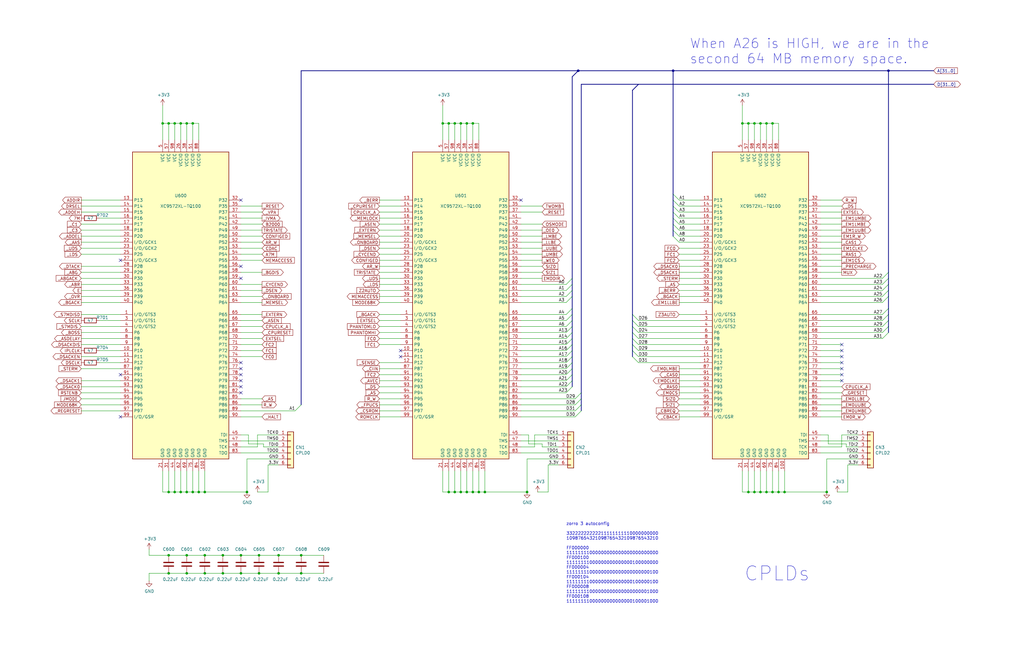
<source format=kicad_sch>
(kicad_sch (version 20211123) (generator eeschema)
  (paper "B")
  (junction (at 93.98 234.315))
  (junction (at 71.12 52.07))
  (junction (at 243.84 29.845))
  (junction (at 323.215 52.07))
  (junction (at 189.23 52.07))
  (junction (at 104.14 207.645))
  (junction (at 76.2 52.07))
  (junction (at 109.22 234.315))
  (junction (at 71.12 234.315))
  (junction (at 315.595 207.645))
  (junction (at 78.74 207.645))
  (junction (at 109.22 241.935))
  (junction (at 191.77 207.645))
  (junction (at 318.135 52.07))
  (junction (at 320.675 207.645))
  (junction (at 323.215 207.645))
  (junction (at 330.835 207.645))
  (junction (at 86.36 234.315))
  (junction (at 315.595 52.07))
  (junction (at 186.69 52.07))
  (junction (at 320.675 52.07))
  (junction (at 81.28 207.645))
  (junction (at 199.39 52.07))
  (junction (at 313.055 52.07))
  (junction (at 127 234.315))
  (junction (at 73.66 207.645))
  (junction (at 78.74 234.315))
  (junction (at 196.85 207.645))
  (junction (at 73.66 52.07))
  (junction (at 348.615 207.645))
  (junction (at 78.74 241.935))
  (junction (at 101.6 234.315))
  (junction (at 318.135 207.645))
  (junction (at 196.85 52.07))
  (junction (at 328.295 207.645))
  (junction (at 78.74 52.07))
  (junction (at 86.36 207.645))
  (junction (at 194.31 52.07))
  (junction (at 117.475 241.935))
  (junction (at 201.93 207.645))
  (junction (at 194.31 207.645))
  (junction (at 199.39 207.645))
  (junction (at 191.77 52.07))
  (junction (at 83.82 207.645))
  (junction (at 81.28 52.07))
  (junction (at 71.12 207.645))
  (junction (at 93.98 241.935))
  (junction (at 117.475 234.315))
  (junction (at 101.6 241.935))
  (junction (at 325.755 207.645))
  (junction (at 374.65 29.845))
  (junction (at 127 241.935))
  (junction (at 204.47 207.645))
  (junction (at 189.23 207.645))
  (junction (at 283.845 29.845))
  (junction (at 71.12 241.935))
  (junction (at 86.36 241.935))
  (junction (at 325.755 52.07))
  (junction (at 68.58 52.07))
  (junction (at 76.2 207.645))
  (junction (at 222.25 207.645))
  (no_connect (at 50.8 109.855))
  (no_connect (at 101.6 117.475))
  (no_connect (at 101.6 112.395))
  (no_connect (at 101.6 84.455))
  (no_connect (at 50.8 158.115))
  (no_connect (at 219.71 84.455))
  (no_connect (at 354.965 155.575))
  (no_connect (at 354.965 153.035))
  (no_connect (at 354.965 150.495))
  (no_connect (at 354.965 158.115))
  (no_connect (at 354.965 160.655))
  (no_connect (at 354.965 147.955))
  (no_connect (at 354.965 145.415))
  (no_connect (at 101.6 165.735))
  (no_connect (at 101.6 163.195))
  (no_connect (at 101.6 160.655))
  (no_connect (at 50.8 175.895))
  (no_connect (at 101.6 158.115))
  (no_connect (at 101.6 155.575))
  (no_connect (at 101.6 153.035))
  (no_connect (at 168.91 147.955))
  (no_connect (at 168.91 150.495))
  (bus_entry (at 238.76 125.095) (size 2.54 -2.54))
  (bus_entry (at 283.845 97.155) (size 2.54 2.54))
  (bus_entry (at 242.57 168.275) (size 2.54 -2.54))
  (bus_entry (at 242.57 170.815) (size 2.54 -2.54))
  (bus_entry (at 242.57 173.355) (size 2.54 -2.54))
  (bus_entry (at 242.57 175.895) (size 2.54 -2.54))
  (bus_entry (at 283.845 99.695) (size 2.54 2.54))
  (bus_entry (at 238.76 135.255) (size 2.54 -2.54))
  (bus_entry (at 238.76 155.575) (size 2.54 -2.54))
  (bus_entry (at 269.24 147.955) (size -2.54 -2.54))
  (bus_entry (at 238.76 127.635) (size 2.54 -2.54))
  (bus_entry (at 238.76 165.735) (size 2.54 -2.54))
  (bus_entry (at 238.76 160.655) (size 2.54 -2.54))
  (bus_entry (at 238.76 147.955) (size 2.54 -2.54))
  (bus_entry (at 238.76 137.795) (size 2.54 -2.54))
  (bus_entry (at 269.24 140.335) (size -2.54 -2.54))
  (bus_entry (at 283.845 94.615) (size 2.54 2.54))
  (bus_entry (at 238.76 142.875) (size 2.54 -2.54))
  (bus_entry (at 269.24 137.795) (size -2.54 -2.54))
  (bus_entry (at 372.11 142.875) (size 2.54 -2.54))
  (bus_entry (at 372.11 140.335) (size 2.54 -2.54))
  (bus_entry (at 372.11 137.795) (size 2.54 -2.54))
  (bus_entry (at 372.11 135.255) (size 2.54 -2.54))
  (bus_entry (at 372.11 132.715) (size 2.54 -2.54))
  (bus_entry (at 372.11 125.095) (size 2.54 -2.54))
  (bus_entry (at 372.11 122.555) (size 2.54 -2.54))
  (bus_entry (at 372.11 120.015) (size 2.54 -2.54))
  (bus_entry (at 372.11 117.475) (size 2.54 -2.54))
  (bus_entry (at 372.11 127.635) (size 2.54 -2.54))
  (bus_entry (at 238.76 132.715) (size 2.54 -2.54))
  (bus_entry (at 269.24 150.495) (size -2.54 -2.54))
  (bus_entry (at 238.76 158.115) (size 2.54 -2.54))
  (bus_entry (at 238.76 150.495) (size 2.54 -2.54))
  (bus_entry (at 269.24 135.255) (size -2.54 -2.54))
  (bus_entry (at 238.76 163.195) (size 2.54 -2.54))
  (bus_entry (at 238.76 145.415) (size 2.54 -2.54))
  (bus_entry (at 238.76 122.555) (size 2.54 -2.54))
  (bus_entry (at 238.76 153.035) (size 2.54 -2.54))
  (bus_entry (at 238.76 120.015) (size 2.54 -2.54))
  (bus_entry (at 238.76 140.335) (size 2.54 -2.54))
  (bus_entry (at 269.24 142.875) (size -2.54 -2.54))
  (bus_entry (at 283.845 89.535) (size 2.54 2.54))
  (bus_entry (at 269.24 153.035) (size -2.54 -2.54))
  (bus_entry (at 283.845 84.455) (size 2.54 2.54))
  (bus_entry (at 283.845 81.915) (size 2.54 2.54))
  (bus_entry (at 283.845 86.995) (size 2.54 2.54))
  (bus_entry (at 283.845 92.075) (size 2.54 2.54))
  (bus_entry (at 269.24 145.415) (size -2.54 -2.54))
  (bus_entry (at 124.46 173.355) (size 2.54 -2.54))
  (wire (pts (xy 295.275 142.875) (xy 269.24 142.875)))
  (wire (pts (xy 50.8 102.235) (xy 34.29 102.235)))
  (wire (pts (xy 186.69 207.645) (xy 189.23 207.645)))
  (bus (pts (xy 283.845 97.155) (xy 283.845 99.695)))
  (wire (pts (xy 222.25 207.645) (xy 222.25 193.675)))
  (wire (pts (xy 295.275 122.555) (xy 286.385 122.555)))
  (wire (pts (xy 110.49 175.895) (xy 101.6 175.895)))
  (wire (pts (xy 295.275 94.615) (xy 286.385 94.615)))
  (wire (pts (xy 354.965 165.735) (xy 346.075 165.735)))
  (wire (pts (xy 295.275 89.535) (xy 286.385 89.535)))
  (wire (pts (xy 110.49 145.415) (xy 101.6 145.415)))
  (wire (pts (xy 73.66 52.07) (xy 71.12 52.07)))
  (wire (pts (xy 160.02 125.095) (xy 168.91 125.095)))
  (wire (pts (xy 101.6 241.935) (xy 93.98 241.935)))
  (bus (pts (xy 266.7 137.795) (xy 266.7 140.335)))
  (wire (pts (xy 168.91 114.935) (xy 160.02 114.935)))
  (wire (pts (xy 346.075 183.515) (xy 349.25 183.515)))
  (wire (pts (xy 354.965 160.655) (xy 346.075 160.655)))
  (bus (pts (xy 283.845 92.075) (xy 283.845 94.615)))
  (wire (pts (xy 50.8 99.695) (xy 34.29 99.695)))
  (wire (pts (xy 110.49 142.875) (xy 101.6 142.875)))
  (wire (pts (xy 160.02 173.355) (xy 168.91 173.355)))
  (wire (pts (xy 323.215 198.755) (xy 323.215 207.645)))
  (wire (pts (xy 111.125 188.595) (xy 117.475 188.595)))
  (bus (pts (xy 283.845 86.995) (xy 283.845 89.535)))
  (wire (pts (xy 225.425 188.595) (xy 219.71 188.595)))
  (wire (pts (xy 196.85 198.755) (xy 196.85 207.645)))
  (wire (pts (xy 194.31 52.07) (xy 191.77 52.07)))
  (wire (pts (xy 222.885 183.515) (xy 219.71 183.515)))
  (wire (pts (xy 372.11 120.015) (xy 346.075 120.015)))
  (bus (pts (xy 374.65 135.255) (xy 374.65 137.795)))
  (wire (pts (xy 83.82 59.055) (xy 83.82 52.07)))
  (bus (pts (xy 241.3 160.655) (xy 241.3 163.195)))
  (wire (pts (xy 201.93 59.055) (xy 201.93 52.07)))
  (wire (pts (xy 295.275 150.495) (xy 269.24 150.495)))
  (wire (pts (xy 238.76 147.955) (xy 219.71 147.955)))
  (wire (pts (xy 50.8 132.715) (xy 34.29 132.715)))
  (wire (pts (xy 168.91 99.695) (xy 160.02 99.695)))
  (bus (pts (xy 374.65 117.475) (xy 374.65 120.015)))
  (wire (pts (xy 110.49 89.535) (xy 101.6 89.535)))
  (bus (pts (xy 266.7 142.875) (xy 266.7 145.415)))
  (bus (pts (xy 241.3 155.575) (xy 241.3 158.115)))
  (wire (pts (xy 346.075 114.935) (xy 354.965 114.935)))
  (wire (pts (xy 50.8 114.935) (xy 34.29 114.935)))
  (wire (pts (xy 238.76 120.015) (xy 219.71 120.015)))
  (bus (pts (xy 374.65 114.935) (xy 374.65 117.475)))
  (wire (pts (xy 295.275 107.315) (xy 286.385 107.315)))
  (wire (pts (xy 50.8 117.475) (xy 34.29 117.475)))
  (bus (pts (xy 241.3 135.255) (xy 241.3 137.795)))
  (wire (pts (xy 219.71 89.535) (xy 228.6 89.535)))
  (wire (pts (xy 295.275 86.995) (xy 286.385 86.995)))
  (wire (pts (xy 34.29 173.355) (xy 50.8 173.355)))
  (wire (pts (xy 41.91 153.035) (xy 50.8 153.035)))
  (wire (pts (xy 295.275 147.955) (xy 269.24 147.955)))
  (wire (pts (xy 318.135 59.055) (xy 318.135 52.07)))
  (wire (pts (xy 110.49 107.315) (xy 101.6 107.315)))
  (wire (pts (xy 76.2 52.07) (xy 73.66 52.07)))
  (wire (pts (xy 219.71 112.395) (xy 228.6 112.395)))
  (wire (pts (xy 110.49 109.855) (xy 101.6 109.855)))
  (wire (pts (xy 34.29 165.735) (xy 50.8 165.735)))
  (bus (pts (xy 374.65 29.845) (xy 374.65 114.935)))
  (wire (pts (xy 101.6 97.155) (xy 110.49 97.155)))
  (wire (pts (xy 330.835 207.645) (xy 348.615 207.645)))
  (wire (pts (xy 238.76 137.795) (xy 219.71 137.795)))
  (wire (pts (xy 295.275 112.395) (xy 286.385 112.395)))
  (wire (pts (xy 346.075 107.315) (xy 354.965 107.315)))
  (wire (pts (xy 372.11 117.475) (xy 346.075 117.475)))
  (bus (pts (xy 241.3 137.795) (xy 241.3 140.335)))
  (wire (pts (xy 83.82 52.07) (xy 81.28 52.07)))
  (wire (pts (xy 168.91 160.655) (xy 160.02 160.655)))
  (wire (pts (xy 168.91 137.795) (xy 160.02 137.795)))
  (wire (pts (xy 168.91 107.315) (xy 160.02 107.315)))
  (wire (pts (xy 354.965 84.455) (xy 346.075 84.455)))
  (wire (pts (xy 110.49 102.235) (xy 101.6 102.235)))
  (wire (pts (xy 361.95 186.055) (xy 346.075 186.055)))
  (wire (pts (xy 93.98 241.935) (xy 86.36 241.935)))
  (wire (pts (xy 320.675 198.755) (xy 320.675 207.645)))
  (wire (pts (xy 110.49 147.955) (xy 101.6 147.955)))
  (wire (pts (xy 50.8 92.075) (xy 41.91 92.075)))
  (wire (pts (xy 71.12 198.755) (xy 71.12 207.645)))
  (wire (pts (xy 168.91 132.715) (xy 160.02 132.715)))
  (wire (pts (xy 320.675 52.07) (xy 318.135 52.07)))
  (wire (pts (xy 127 241.935) (xy 136.525 241.935)))
  (wire (pts (xy 34.29 140.335) (xy 50.8 140.335)))
  (wire (pts (xy 34.29 150.495) (xy 50.8 150.495)))
  (wire (pts (xy 160.02 163.195) (xy 168.91 163.195)))
  (wire (pts (xy 160.02 109.855) (xy 168.91 109.855)))
  (wire (pts (xy 50.8 145.415) (xy 34.29 145.415)))
  (wire (pts (xy 110.49 114.935) (xy 101.6 114.935)))
  (wire (pts (xy 86.36 207.645) (xy 104.14 207.645)))
  (wire (pts (xy 34.29 170.815) (xy 50.8 170.815)))
  (bus (pts (xy 374.65 137.795) (xy 374.65 140.335)))
  (wire (pts (xy 191.77 198.755) (xy 191.77 207.645)))
  (wire (pts (xy 346.075 92.075) (xy 354.965 92.075)))
  (wire (pts (xy 101.6 92.075) (xy 110.49 92.075)))
  (wire (pts (xy 354.965 155.575) (xy 346.075 155.575)))
  (wire (pts (xy 81.28 198.755) (xy 81.28 207.645)))
  (wire (pts (xy 71.12 59.055) (xy 71.12 52.07)))
  (wire (pts (xy 160.02 165.735) (xy 168.91 165.735)))
  (bus (pts (xy 243.84 29.845) (xy 241.3 32.385)))
  (wire (pts (xy 201.93 198.755) (xy 201.93 207.645)))
  (wire (pts (xy 231.14 207.645) (xy 226.695 207.645)))
  (wire (pts (xy 186.69 59.055) (xy 186.69 52.07)))
  (wire (pts (xy 110.49 168.275) (xy 101.6 168.275)))
  (wire (pts (xy 320.675 207.645) (xy 323.215 207.645)))
  (wire (pts (xy 109.22 241.935) (xy 101.6 241.935)))
  (wire (pts (xy 346.075 99.695) (xy 354.965 99.695)))
  (wire (pts (xy 168.91 89.535) (xy 160.02 89.535)))
  (wire (pts (xy 242.57 173.355) (xy 219.71 173.355)))
  (wire (pts (xy 228.6 97.155) (xy 219.71 97.155)))
  (wire (pts (xy 110.49 140.335) (xy 101.6 140.335)))
  (wire (pts (xy 295.275 125.095) (xy 286.385 125.095)))
  (wire (pts (xy 50.8 125.095) (xy 34.29 125.095)))
  (wire (pts (xy 313.055 198.755) (xy 313.055 207.645)))
  (wire (pts (xy 320.675 59.055) (xy 320.675 52.07)))
  (wire (pts (xy 109.22 234.315) (xy 117.475 234.315)))
  (wire (pts (xy 228.6 107.315) (xy 219.71 107.315)))
  (wire (pts (xy 160.02 153.035) (xy 168.91 153.035)))
  (wire (pts (xy 168.91 86.995) (xy 160.02 86.995)))
  (bus (pts (xy 241.3 140.335) (xy 241.3 142.875)))
  (wire (pts (xy 295.275 117.475) (xy 286.385 117.475)))
  (bus (pts (xy 127 29.845) (xy 127 170.815)))
  (wire (pts (xy 372.11 125.095) (xy 346.075 125.095)))
  (wire (pts (xy 295.275 120.015) (xy 286.385 120.015)))
  (bus (pts (xy 245.11 168.275) (xy 245.11 170.815)))
  (wire (pts (xy 168.91 102.235) (xy 160.02 102.235)))
  (wire (pts (xy 117.475 241.935) (xy 127 241.935)))
  (wire (pts (xy 325.755 207.645) (xy 328.295 207.645)))
  (wire (pts (xy 50.8 97.155) (xy 34.29 97.155)))
  (wire (pts (xy 295.275 127.635) (xy 286.385 127.635)))
  (wire (pts (xy 86.36 234.315) (xy 78.74 234.315)))
  (wire (pts (xy 110.49 94.615) (xy 101.6 94.615)))
  (wire (pts (xy 104.14 207.645) (xy 104.14 193.675)))
  (wire (pts (xy 160.02 170.815) (xy 168.91 170.815)))
  (bus (pts (xy 266.7 135.255) (xy 266.7 137.795)))
  (bus (pts (xy 374.65 125.095) (xy 374.65 130.175)))
  (wire (pts (xy 108.585 183.515) (xy 108.585 188.595)))
  (bus (pts (xy 241.3 142.875) (xy 241.3 145.415)))
  (wire (pts (xy 328.295 52.07) (xy 325.755 52.07)))
  (wire (pts (xy 356.87 188.595) (xy 361.95 188.595)))
  (wire (pts (xy 204.47 207.645) (xy 222.25 207.645)))
  (wire (pts (xy 104.775 183.515) (xy 104.775 187.325)))
  (bus (pts (xy 241.3 117.475) (xy 241.3 120.015)))
  (wire (pts (xy 34.29 137.795) (xy 50.8 137.795)))
  (wire (pts (xy 196.85 207.645) (xy 199.39 207.645)))
  (bus (pts (xy 374.65 132.715) (xy 374.65 135.255)))
  (wire (pts (xy 109.22 241.935) (xy 117.475 241.935)))
  (wire (pts (xy 71.12 234.315) (xy 62.865 234.315)))
  (bus (pts (xy 241.3 125.095) (xy 241.3 130.175)))
  (wire (pts (xy 238.76 132.715) (xy 219.71 132.715)))
  (wire (pts (xy 225.425 183.515) (xy 225.425 188.595)))
  (wire (pts (xy 68.58 52.07) (xy 68.58 44.45)))
  (wire (pts (xy 313.055 52.07) (xy 313.055 44.45)))
  (wire (pts (xy 295.275 92.075) (xy 286.385 92.075)))
  (wire (pts (xy 238.76 125.095) (xy 219.71 125.095)))
  (bus (pts (xy 266.7 38.1) (xy 266.7 132.715)))
  (wire (pts (xy 346.075 188.595) (xy 354.965 188.595)))
  (wire (pts (xy 127 234.315) (xy 136.525 234.315)))
  (wire (pts (xy 71.12 241.935) (xy 62.865 241.935)))
  (wire (pts (xy 50.8 89.535) (xy 34.29 89.535)))
  (wire (pts (xy 354.965 175.895) (xy 346.075 175.895)))
  (wire (pts (xy 196.85 52.07) (xy 194.31 52.07)))
  (wire (pts (xy 168.91 97.155) (xy 160.02 97.155)))
  (wire (pts (xy 361.95 196.215) (xy 357.505 196.215)))
  (wire (pts (xy 346.075 102.235) (xy 354.965 102.235)))
  (wire (pts (xy 346.075 104.775) (xy 354.965 104.775)))
  (wire (pts (xy 68.58 198.755) (xy 68.58 207.645)))
  (wire (pts (xy 295.275 109.855) (xy 286.385 109.855)))
  (wire (pts (xy 110.49 135.255) (xy 101.6 135.255)))
  (wire (pts (xy 124.46 173.355) (xy 101.6 173.355)))
  (bus (pts (xy 266.7 147.955) (xy 266.7 150.495)))
  (wire (pts (xy 168.91 122.555) (xy 160.02 122.555)))
  (bus (pts (xy 283.845 29.845) (xy 283.845 81.915)))
  (wire (pts (xy 50.8 120.015) (xy 34.29 120.015)))
  (wire (pts (xy 295.275 99.695) (xy 286.385 99.695)))
  (wire (pts (xy 325.755 59.055) (xy 325.755 52.07)))
  (wire (pts (xy 50.8 104.775) (xy 34.29 104.775)))
  (wire (pts (xy 186.69 198.755) (xy 186.69 207.645)))
  (wire (pts (xy 361.95 191.135) (xy 346.075 191.135)))
  (wire (pts (xy 194.31 59.055) (xy 194.31 52.07)))
  (wire (pts (xy 104.775 187.325) (xy 111.125 187.325)))
  (wire (pts (xy 228.6 188.595) (xy 235.585 188.595)))
  (wire (pts (xy 41.91 135.255) (xy 50.8 135.255)))
  (wire (pts (xy 346.075 145.415) (xy 354.965 145.415)))
  (wire (pts (xy 199.39 52.07) (xy 196.85 52.07)))
  (wire (pts (xy 168.91 120.015) (xy 160.02 120.015)))
  (wire (pts (xy 348.615 193.675) (xy 361.95 193.675)))
  (wire (pts (xy 286.385 168.275) (xy 295.275 168.275)))
  (bus (pts (xy 243.84 29.845) (xy 283.845 29.845)))
  (wire (pts (xy 86.36 198.755) (xy 86.36 207.645)))
  (wire (pts (xy 93.98 234.315) (xy 86.36 234.315)))
  (wire (pts (xy 235.585 186.055) (xy 219.71 186.055)))
  (bus (pts (xy 241.3 32.385) (xy 241.3 117.475)))
  (wire (pts (xy 295.275 84.455) (xy 286.385 84.455)))
  (wire (pts (xy 295.275 153.035) (xy 269.24 153.035)))
  (wire (pts (xy 357.505 207.645) (xy 353.06 207.645)))
  (wire (pts (xy 346.075 89.535) (xy 354.965 89.535)))
  (wire (pts (xy 78.74 52.07) (xy 76.2 52.07)))
  (wire (pts (xy 160.02 142.875) (xy 168.91 142.875)))
  (wire (pts (xy 313.055 59.055) (xy 313.055 52.07)))
  (bus (pts (xy 241.3 158.115) (xy 241.3 160.655)))
  (bus (pts (xy 241.3 130.175) (xy 241.3 132.715)))
  (wire (pts (xy 372.11 132.715) (xy 346.075 132.715)))
  (bus (pts (xy 241.3 122.555) (xy 241.3 125.095)))
  (wire (pts (xy 189.23 59.055) (xy 189.23 52.07)))
  (wire (pts (xy 372.11 135.255) (xy 346.075 135.255)))
  (bus (pts (xy 283.845 81.915) (xy 283.845 84.455)))
  (wire (pts (xy 228.6 114.935) (xy 219.71 114.935)))
  (wire (pts (xy 168.91 140.335) (xy 160.02 140.335)))
  (wire (pts (xy 168.91 92.075) (xy 160.02 92.075)))
  (wire (pts (xy 238.76 150.495) (xy 219.71 150.495)))
  (wire (pts (xy 346.075 109.855) (xy 354.965 109.855)))
  (wire (pts (xy 168.91 104.775) (xy 160.02 104.775)))
  (wire (pts (xy 160.02 168.275) (xy 168.91 168.275)))
  (wire (pts (xy 313.055 207.645) (xy 315.595 207.645)))
  (wire (pts (xy 168.91 84.455) (xy 160.02 84.455)))
  (bus (pts (xy 241.3 120.015) (xy 241.3 122.555)))
  (wire (pts (xy 238.76 153.035) (xy 219.71 153.035)))
  (wire (pts (xy 50.8 112.395) (xy 34.29 112.395)))
  (wire (pts (xy 110.49 104.775) (xy 101.6 104.775)))
  (wire (pts (xy 222.885 187.325) (xy 222.885 183.515)))
  (wire (pts (xy 238.76 145.415) (xy 219.71 145.415)))
  (wire (pts (xy 73.66 59.055) (xy 73.66 52.07)))
  (wire (pts (xy 50.8 142.875) (xy 34.29 142.875)))
  (wire (pts (xy 194.31 207.645) (xy 196.85 207.645)))
  (wire (pts (xy 235.585 183.515) (xy 225.425 183.515)))
  (wire (pts (xy 160.02 158.115) (xy 168.91 158.115)))
  (wire (pts (xy 235.585 191.135) (xy 219.71 191.135)))
  (wire (pts (xy 110.49 127.635) (xy 101.6 127.635)))
  (wire (pts (xy 41.91 147.955) (xy 50.8 147.955)))
  (wire (pts (xy 110.49 99.695) (xy 101.6 99.695)))
  (wire (pts (xy 315.595 52.07) (xy 313.055 52.07)))
  (wire (pts (xy 315.595 59.055) (xy 315.595 52.07)))
  (bus (pts (xy 266.7 145.415) (xy 266.7 147.955)))
  (wire (pts (xy 242.57 170.815) (xy 219.71 170.815)))
  (wire (pts (xy 219.71 109.855) (xy 228.6 109.855)))
  (wire (pts (xy 348.615 207.645) (xy 348.615 193.675)))
  (wire (pts (xy 110.49 132.715) (xy 101.6 132.715)))
  (wire (pts (xy 110.49 170.815) (xy 101.6 170.815)))
  (wire (pts (xy 50.8 155.575) (xy 34.29 155.575)))
  (wire (pts (xy 50.8 84.455) (xy 34.29 84.455)))
  (wire (pts (xy 101.6 86.995) (xy 110.49 86.995)))
  (wire (pts (xy 199.39 207.645) (xy 201.93 207.645)))
  (wire (pts (xy 71.12 52.07) (xy 68.58 52.07)))
  (wire (pts (xy 117.475 186.055) (xy 101.6 186.055)))
  (wire (pts (xy 117.475 191.135) (xy 101.6 191.135)))
  (wire (pts (xy 238.76 135.255) (xy 219.71 135.255)))
  (wire (pts (xy 189.23 198.755) (xy 189.23 207.645)))
  (bus (pts (xy 283.845 29.845) (xy 374.65 29.845)))
  (bus (pts (xy 374.65 122.555) (xy 374.65 125.095)))
  (wire (pts (xy 50.8 168.275) (xy 34.29 168.275)))
  (wire (pts (xy 323.215 207.645) (xy 325.755 207.645)))
  (wire (pts (xy 109.22 234.315) (xy 101.6 234.315)))
  (wire (pts (xy 201.93 207.645) (xy 204.47 207.645)))
  (bus (pts (xy 245.11 165.735) (xy 245.11 168.275)))
  (bus (pts (xy 241.3 153.035) (xy 241.3 155.575)))
  (wire (pts (xy 328.295 198.755) (xy 328.295 207.645)))
  (wire (pts (xy 286.385 155.575) (xy 295.275 155.575)))
  (wire (pts (xy 372.11 127.635) (xy 346.075 127.635)))
  (wire (pts (xy 328.295 207.645) (xy 330.835 207.645)))
  (wire (pts (xy 76.2 207.645) (xy 78.74 207.645)))
  (wire (pts (xy 86.36 241.935) (xy 78.74 241.935)))
  (wire (pts (xy 113.03 207.645) (xy 108.585 207.645)))
  (wire (pts (xy 219.71 102.235) (xy 228.6 102.235)))
  (wire (pts (xy 228.6 104.775) (xy 219.71 104.775)))
  (wire (pts (xy 286.385 163.195) (xy 295.275 163.195)))
  (bus (pts (xy 241.3 132.715) (xy 241.3 135.255)))
  (wire (pts (xy 110.49 137.795) (xy 101.6 137.795)))
  (wire (pts (xy 113.03 196.215) (xy 113.03 207.645)))
  (wire (pts (xy 108.585 188.595) (xy 101.6 188.595)))
  (wire (pts (xy 78.74 234.315) (xy 71.12 234.315)))
  (wire (pts (xy 242.57 168.275) (xy 219.71 168.275)))
  (wire (pts (xy 186.69 52.07) (xy 186.69 44.45)))
  (wire (pts (xy 286.385 165.735) (xy 295.275 165.735)))
  (bus (pts (xy 266.7 132.715) (xy 266.7 135.255)))
  (wire (pts (xy 354.965 183.515) (xy 361.95 183.515)))
  (wire (pts (xy 78.74 198.755) (xy 78.74 207.645)))
  (wire (pts (xy 50.8 127.635) (xy 34.29 127.635)))
  (wire (pts (xy 315.595 207.645) (xy 318.135 207.645)))
  (wire (pts (xy 346.075 147.955) (xy 354.965 147.955)))
  (wire (pts (xy 78.74 241.935) (xy 71.12 241.935)))
  (wire (pts (xy 315.595 198.755) (xy 315.595 207.645)))
  (wire (pts (xy 199.39 198.755) (xy 199.39 207.645)))
  (wire (pts (xy 83.82 198.755) (xy 83.82 207.645)))
  (wire (pts (xy 295.275 97.155) (xy 286.385 97.155)))
  (wire (pts (xy 160.02 145.415) (xy 168.91 145.415)))
  (wire (pts (xy 34.29 160.655) (xy 50.8 160.655)))
  (wire (pts (xy 356.87 187.325) (xy 356.87 188.595)))
  (wire (pts (xy 346.075 137.795) (xy 372.11 137.795)))
  (wire (pts (xy 73.66 207.645) (xy 76.2 207.645)))
  (bus (pts (xy 241.3 145.415) (xy 241.3 147.955)))
  (wire (pts (xy 295.275 145.415) (xy 269.24 145.415)))
  (wire (pts (xy 228.6 117.475) (xy 219.71 117.475)))
  (wire (pts (xy 73.66 198.755) (xy 73.66 207.645)))
  (wire (pts (xy 222.25 193.675) (xy 235.585 193.675)))
  (wire (pts (xy 372.11 122.555) (xy 346.075 122.555)))
  (wire (pts (xy 325.755 52.07) (xy 323.215 52.07)))
  (wire (pts (xy 191.77 207.645) (xy 194.31 207.645)))
  (wire (pts (xy 62.865 234.315) (xy 62.865 231.775)))
  (wire (pts (xy 104.14 193.675) (xy 117.475 193.675)))
  (wire (pts (xy 238.76 127.635) (xy 219.71 127.635)))
  (wire (pts (xy 295.275 102.235) (xy 286.385 102.235)))
  (wire (pts (xy 189.23 52.07) (xy 186.69 52.07)))
  (wire (pts (xy 238.76 140.335) (xy 219.71 140.335)))
  (wire (pts (xy 219.71 94.615) (xy 228.6 94.615)))
  (wire (pts (xy 78.74 59.055) (xy 78.74 52.07)))
  (wire (pts (xy 50.8 94.615) (xy 34.29 94.615)))
  (wire (pts (xy 235.585 196.215) (xy 231.14 196.215)))
  (wire (pts (xy 168.91 112.395) (xy 160.02 112.395)))
  (wire (pts (xy 110.49 150.495) (xy 101.6 150.495)))
  (wire (pts (xy 354.965 168.275) (xy 346.075 168.275)))
  (wire (pts (xy 354.965 163.195) (xy 346.075 163.195)))
  (wire (pts (xy 318.135 198.755) (xy 318.135 207.645)))
  (wire (pts (xy 71.12 207.645) (xy 73.66 207.645)))
  (wire (pts (xy 286.385 132.715) (xy 295.275 132.715)))
  (wire (pts (xy 231.14 196.215) (xy 231.14 207.645)))
  (bus (pts (xy 374.65 130.175) (xy 374.65 132.715)))
  (wire (pts (xy 101.6 234.315) (xy 93.98 234.315)))
  (wire (pts (xy 110.49 122.555) (xy 101.6 122.555)))
  (wire (pts (xy 357.505 196.215) (xy 357.505 207.645)))
  (bus (pts (xy 283.845 89.535) (xy 283.845 92.075)))
  (wire (pts (xy 76.2 59.055) (xy 76.2 52.07)))
  (wire (pts (xy 50.8 122.555) (xy 34.29 122.555)))
  (bus (pts (xy 266.7 140.335) (xy 266.7 142.875)))
  (wire (pts (xy 199.39 59.055) (xy 199.39 52.07)))
  (bus (pts (xy 266.7 38.1) (xy 269.24 35.56)))
  (wire (pts (xy 222.885 187.325) (xy 228.6 187.325)))
  (wire (pts (xy 68.58 59.055) (xy 68.58 52.07)))
  (wire (pts (xy 168.91 135.255) (xy 160.02 135.255)))
  (wire (pts (xy 318.135 207.645) (xy 320.675 207.645)))
  (wire (pts (xy 76.2 198.755) (xy 76.2 207.645)))
  (wire (pts (xy 111.125 187.325) (xy 111.125 188.595)))
  (wire (pts (xy 238.76 160.655) (xy 219.71 160.655)))
  (wire (pts (xy 196.85 59.055) (xy 196.85 52.07)))
  (wire (pts (xy 349.25 187.325) (xy 356.87 187.325)))
  (wire (pts (xy 346.075 140.335) (xy 372.11 140.335)))
  (wire (pts (xy 50.8 86.995) (xy 34.29 86.995)))
  (wire (pts (xy 168.91 175.895) (xy 160.02 175.895)))
  (wire (pts (xy 238.76 122.555) (xy 219.71 122.555)))
  (wire (pts (xy 328.295 59.055) (xy 328.295 52.07)))
  (wire (pts (xy 295.275 135.255) (xy 269.24 135.255)))
  (wire (pts (xy 286.385 173.355) (xy 295.275 173.355)))
  (wire (pts (xy 238.76 142.875) (xy 219.71 142.875)))
  (wire (pts (xy 354.965 188.595) (xy 354.965 183.515)))
  (wire (pts (xy 323.215 59.055) (xy 323.215 52.07)))
  (wire (pts (xy 219.71 86.995) (xy 228.6 86.995)))
  (wire (pts (xy 286.385 170.815) (xy 295.275 170.815)))
  (wire (pts (xy 354.965 150.495) (xy 346.075 150.495)))
  (wire (pts (xy 110.49 125.095) (xy 101.6 125.095)))
  (wire (pts (xy 191.77 59.055) (xy 191.77 52.07)))
  (wire (pts (xy 117.475 234.315) (xy 127 234.315)))
  (wire (pts (xy 354.965 86.995) (xy 346.075 86.995)))
  (wire (pts (xy 238.76 155.575) (xy 219.71 155.575)))
  (wire (pts (xy 117.475 183.515) (xy 108.585 183.515)))
  (wire (pts (xy 238.76 158.115) (xy 219.71 158.115)))
  (wire (pts (xy 68.58 207.645) (xy 71.12 207.645)))
  (wire (pts (xy 354.965 170.815) (xy 346.075 170.815)))
  (wire (pts (xy 346.075 142.875) (xy 372.11 142.875)))
  (wire (pts (xy 330.835 198.755) (xy 330.835 207.645)))
  (wire (pts (xy 325.755 198.755) (xy 325.755 207.645)))
  (wire (pts (xy 349.25 183.515) (xy 349.25 187.325)))
  (wire (pts (xy 168.91 117.475) (xy 160.02 117.475)))
  (bus (pts (xy 245.11 35.56) (xy 393.7 35.56)))
  (wire (pts (xy 81.28 207.645) (xy 83.82 207.645)))
  (wire (pts (xy 346.075 97.155) (xy 354.965 97.155)))
  (wire (pts (xy 101.6 183.515) (xy 104.775 183.515)))
  (wire (pts (xy 228.6 187.325) (xy 228.6 188.595)))
  (wire (pts (xy 286.385 158.115) (xy 295.275 158.115)))
  (bus (pts (xy 245.11 170.815) (xy 245.11 173.355)))
  (wire (pts (xy 295.275 104.775) (xy 286.385 104.775)))
  (wire (pts (xy 191.77 52.07) (xy 189.23 52.07)))
  (wire (pts (xy 295.275 114.935) (xy 286.385 114.935)))
  (bus (pts (xy 283.845 94.615) (xy 283.845 97.155)))
  (wire (pts (xy 168.91 155.575) (xy 160.02 155.575)))
  (wire (pts (xy 81.28 52.07) (xy 78.74 52.07)))
  (wire (pts (xy 168.91 94.615) (xy 160.02 94.615)))
  (wire (pts (xy 354.965 158.115) (xy 346.075 158.115)))
  (wire (pts (xy 78.74 207.645) (xy 81.28 207.645)))
  (wire (pts (xy 81.28 59.055) (xy 81.28 52.07)))
  (wire (pts (xy 50.8 163.195) (xy 34.29 163.195)))
  (bus (pts (xy 241.3 150.495) (xy 241.3 153.035)))
  (wire (pts (xy 168.91 127.635) (xy 160.02 127.635)))
  (wire (pts (xy 323.215 52.07) (xy 320.675 52.07)))
  (wire (pts (xy 194.31 198.755) (xy 194.31 207.645)))
  (wire (pts (xy 83.82 207.645) (xy 86.36 207.645)))
  (bus (pts (xy 374.65 120.015) (xy 374.65 122.555)))
  (wire (pts (xy 228.6 99.695) (xy 219.71 99.695)))
  (wire (pts (xy 201.93 52.07) (xy 199.39 52.07)))
  (wire (pts (xy 295.275 137.795) (xy 269.24 137.795)))
  (wire (pts (xy 242.57 175.895) (xy 219.71 175.895)))
  (wire (pts (xy 238.76 165.735) (xy 219.71 165.735)))
  (wire (pts (xy 238.76 163.195) (xy 219.71 163.195)))
  (wire (pts (xy 318.135 52.07) (xy 315.595 52.07)))
  (wire (pts (xy 346.075 94.615) (xy 354.965 94.615)))
  (wire (pts (xy 286.385 175.895) (xy 295.275 175.895)))
  (wire (pts (xy 62.865 241.935) (xy 62.865 245.11)))
  (wire (pts (xy 295.275 140.335) (xy 269.24 140.335)))
  (wire (pts (xy 354.965 153.035) (xy 346.075 153.035)))
  (wire (pts (xy 110.49 120.015) (xy 101.6 120.015)))
  (bus (pts (xy 374.65 29.845) (xy 393.7 29.845)))
  (wire (pts (xy 117.475 196.215) (xy 113.03 196.215)))
  (wire (pts (xy 286.385 160.655) (xy 295.275 160.655)))
  (wire (pts (xy 50.8 107.315) (xy 34.29 107.315)))
  (wire (pts (xy 189.23 207.645) (xy 191.77 207.645)))
  (bus (pts (xy 241.3 147.955) (xy 241.3 150.495)))
  (bus (pts (xy 245.11 35.56) (xy 245.11 165.735)))
  (bus (pts (xy 127 29.845) (xy 243.84 29.845)))
  (wire (pts (xy 204.47 198.755) (xy 204.47 207.645)))
  (bus (pts (xy 283.845 84.455) (xy 283.845 86.995)))
  (wire (pts (xy 354.965 173.355) (xy 346.075 173.355)))
  (wire (pts (xy 346.075 112.395) (xy 354.965 112.395)))
  (text "When A26 is HIGH, we are in the \nsecond 64 MB memory space." (at 290.83 27.305 0) (effects (font (size 4 4)) (justify left bottom)))
  (text "CPLDs" (at 341.63 245.745 180) (effects (font (size 5.9944 5.9944)) (justify right bottom)))
  (text "zorro 3 autoconfig\n\n33222222222211111111110000000000\n10987654321098765432109876543210\n\nFF000000\n11111111000000000000000000000000\nFF000100\n11111111000000000000000100000000\nFF000004\n11111111000000000000000000000100\nFF000104\n11111111000000000000000100000100\nFF000008\n11111111000000000000000000001000\nFF000108\n11111111000000000000000100001000" (at 238.76 254.635 0) (effects (font (size 1.27 1.27)) (justify left bottom)))
  (label "TDO1" (at 235.585 191.135 180))
  (label "TMS1" (at 235.585 186.055 180))
  (label "A0" (at 235.585 120.015 0))
  (label "A13" (at 235.585 140.335 0))
  (label "3.3V" (at 235.585 196.215 180))
  (label "A5" (at 235.585 135.255 0))
  (label "D30" (at 269.24 150.495 0))
  (label "D28" (at 269.24 145.415 0))
  (label "GND" (at 361.95 193.675 180))
  (label "A2" (at 235.585 125.095 0))
  (label "A8" (at 286.385 99.695 0))
  (label "A1" (at 286.385 84.455 0))
  (label "D30" (at 242.57 175.895 180))
  (label "A15" (at 235.585 145.415 0))
  (label "A23" (at 235.585 165.735 0))
  (label "A1" (at 124.46 173.355 180))
  (label "TDI0" (at 117.475 188.595 180))
  (label "TDO0" (at 117.475 191.135 180))
  (label "D27" (at 269.24 142.875 0))
  (label "A2" (at 286.385 86.995 0))
  (label "A26" (at 372.11 127.635 180))
  (label "A28" (at 372.11 135.255 180))
  (label "TMS2" (at 361.95 186.055 180))
  (label "D25" (at 269.24 137.795 0))
  (label "A5" (at 286.385 94.615 0))
  (label "A20" (at 235.585 158.115 0))
  (label "TCK2" (at 361.95 183.515 180))
  (label "A22" (at 372.11 117.475 180))
  (label "A24" (at 372.11 122.555 180))
  (label "TDI2" (at 361.95 188.595 180))
  (label "D28" (at 242.57 170.815 180))
  (label "A19" (at 235.585 155.575 0))
  (label "A27" (at 372.11 132.715 180))
  (label "A0" (at 286.385 102.235 0))
  (label "A16" (at 235.585 147.955 0))
  (label "A18" (at 235.585 153.035 0))
  (label "D24" (at 269.24 140.335 0))
  (label "D29" (at 269.24 147.955 0))
  (label "A3" (at 235.585 127.635 0))
  (label "A31" (at 372.11 142.875 180))
  (label "TCK0" (at 117.475 183.515 180))
  (label "A30" (at 372.11 140.335 180))
  (label "A22" (at 235.585 163.195 0))
  (label "A6" (at 235.585 137.795 0))
  (label "3.3V" (at 361.95 196.215 180))
  (label "D31" (at 242.57 173.355 180))
  (label "A4" (at 286.385 92.075 0))
  (label "A21" (at 235.585 160.655 0))
  (label "A23" (at 372.11 120.015 180))
  (label "A6" (at 286.385 97.155 0))
  (label "A1" (at 235.585 122.555 0))
  (label "A17" (at 235.585 150.495 0))
  (label "TDI1" (at 234.95 188.595 180))
  (label "D26" (at 269.24 135.255 0))
  (label "A29" (at 372.11 137.795 180))
  (label "A3" (at 286.385 89.535 0))
  (label "TMS0" (at 117.475 186.055 180))
  (label "D29" (at 242.57 168.275 180))
  (label "D31" (at 269.24 153.035 0))
  (label "A25" (at 372.11 125.095 180))
  (label "TDO2" (at 361.95 191.135 180))
  (label "TCK1" (at 235.585 183.515 180))
  (label "A4" (at 235.585 132.715 0))
  (label "3.3V" (at 117.475 196.215 180))
  (label "GND" (at 235.585 193.675 180))
  (label "A14" (at 235.585 142.875 0))
  (label "GND" (at 117.475 193.675 180))
  (global_label "_BERR" (shape output) (at 160.02 84.455 180) (property "Intersheet References" "${INTERSHEET_REFS}" (effects hide)))
  (global_label "PHANTOMLO" (shape input) (at 160.02 137.795 180) (property "Intersheet References" "${INTERSHEET_REFS}" (effects hide)))
  (global_label "OSMODE" (shape input) (at 228.6 94.615 0) (property "Intersheet References" "${INTERSHEET_REFS}" (effects hide)))
  (global_label "Z2AUTO" (shape input) (at 160.02 122.555 180) (property "Intersheet References" "${INTERSHEET_REFS}" (effects hide)))
  (global_label "JMODE" (shape input) (at 34.29 168.275 180) (property "Intersheet References" "${INTERSHEET_REFS}" (effects hide)))
  (global_label "_DSACK1" (shape output) (at 34.29 160.655 180) (property "Intersheet References" "${INTERSHEET_REFS}" (effects hide)))
  (global_label "_ASEN" (shape input) (at 110.49 135.255 0) (property "Intersheet References" "${INTERSHEET_REFS}" (effects hide)))
  (global_label "_ADOEL" (shape output) (at 34.29 99.695 180) (property "Intersheet References" "${INTERSHEET_REFS}" (effects hide)))
  (global_label "SCLK" (shape output) (at 34.29 135.255 180) (property "Intersheet References" "${INTERSHEET_REFS}" (effects hide)))
  (global_label "B2000" (shape input) (at 110.49 94.615 0) (property "Intersheet References" "${INTERSHEET_REFS}" (effects hide)))
  (global_label "E" (shape output) (at 34.29 122.555 180) (property "Intersheet References" "${INTERSHEET_REFS}" (effects hide)))
  (global_label "_EXTERN" (shape input) (at 160.02 97.155 180) (property "Intersheet References" "${INTERSHEET_REFS}" (effects hide)))
  (global_label "_UMBE" (shape output) (at 228.6 107.315 0) (property "Intersheet References" "${INTERSHEET_REFS}" (effects hide)))
  (global_label "_ADOEH" (shape output) (at 34.29 89.535 180) (property "Intersheet References" "${INTERSHEET_REFS}" (effects hide)))
  (global_label "_BERR" (shape input) (at 286.385 122.555 180) (property "Intersheet References" "${INTERSHEET_REFS}" (effects hide)))
  (global_label "_EM1UUBE" (shape output) (at 354.965 97.155 0) (property "Intersheet References" "${INTERSHEET_REFS}" (effects hide)))
  (global_label "MODE68K" (shape input) (at 160.02 127.635 180) (property "Intersheet References" "${INTERSHEET_REFS}" (effects hide)))
  (global_label "_BGACK" (shape input) (at 160.02 132.715 180) (property "Intersheet References" "${INTERSHEET_REFS}" (effects hide)))
  (global_label "FC0" (shape input) (at 110.49 150.495 0) (property "Intersheet References" "${INTERSHEET_REFS}" (effects hide)))
  (global_label "_STERM" (shape input) (at 34.29 155.575 180) (property "Intersheet References" "${INTERSHEET_REFS}" (effects hide)))
  (global_label "FC1" (shape input) (at 286.385 107.315 180) (property "Intersheet References" "${INTERSHEET_REFS}" (effects hide)))
  (global_label "SIZ1" (shape input) (at 228.6 114.935 0) (property "Intersheet References" "${INTERSHEET_REFS}" (effects hide)))
  (global_label "_ABR" (shape output) (at 34.29 120.015 180) (property "Intersheet References" "${INTERSHEET_REFS}" (effects hide)))
  (global_label "_BGACK" (shape output) (at 34.29 127.635 180) (property "Intersheet References" "${INTERSHEET_REFS}" (effects hide)))
  (global_label "FC2" (shape input) (at 286.385 109.855 180) (property "Intersheet References" "${INTERSHEET_REFS}" (effects hide)))
  (global_label "D[31..0]" (shape bidirectional) (at 393.7 35.56 0) (property "Intersheet References" "${INTERSHEET_REFS}" (effects hide)))
  (global_label "R_W" (shape output) (at 110.49 170.815 0) (property "Intersheet References" "${INTERSHEET_REFS}" (effects hide)))
  (global_label "EXTSEL" (shape output) (at 354.965 89.535 0) (property "Intersheet References" "${INTERSHEET_REFS}" (effects hide)))
  (global_label "_EM1UMBE" (shape output) (at 354.965 92.075 0) (property "Intersheet References" "${INTERSHEET_REFS}" (effects hide)))
  (global_label "TRISTATE" (shape output) (at 110.49 97.155 0) (property "Intersheet References" "${INTERSHEET_REFS}" (effects hide)))
  (global_label "CPUCLK_A" (shape input) (at 354.965 163.195 0) (property "Intersheet References" "${INTERSHEET_REFS}" (effects hide)))
  (global_label "_AS" (shape input) (at 160.02 165.735 180) (property "Intersheet References" "${INTERSHEET_REFS}" (effects hide)))
  (global_label "CONFIGED" (shape input) (at 110.49 99.695 0) (property "Intersheet References" "${INTERSHEET_REFS}" (effects hide)))
  (global_label "_ASEN" (shape input) (at 160.02 94.615 180) (property "Intersheet References" "${INTERSHEET_REFS}" (effects hide)))
  (global_label "_C1" (shape input) (at 34.29 94.615 180) (property "Intersheet References" "${INTERSHEET_REFS}" (effects hide)))
  (global_label "_PRECHARGE" (shape output) (at 354.965 112.395 0) (property "Intersheet References" "${INTERSHEET_REFS}" (effects hide)))
  (global_label "_EM1CS" (shape output) (at 354.965 109.855 0) (property "Intersheet References" "${INTERSHEET_REFS}" (effects hide)))
  (global_label "_MEMLOCK" (shape output) (at 160.02 92.075 180) (property "Intersheet References" "${INTERSHEET_REFS}" (effects hide)))
  (global_label "_UDS" (shape input) (at 34.29 104.775 180) (property "Intersheet References" "${INTERSHEET_REFS}" (effects hide)))
  (global_label "EXTSEL" (shape input) (at 110.49 142.875 0) (property "Intersheet References" "${INTERSHEET_REFS}" (effects hide)))
  (global_label "CDAC" (shape input) (at 110.49 104.775 0) (property "Intersheet References" "${INTERSHEET_REFS}" (effects hide)))
  (global_label "_OVR" (shape output) (at 34.29 125.095 180) (property "Intersheet References" "${INTERSHEET_REFS}" (effects hide)))
  (global_label "_EM0CS" (shape output) (at 286.385 165.735 180) (property "Intersheet References" "${INTERSHEET_REFS}" (effects hide)))
  (global_label "_EM1LMBE" (shape output) (at 354.965 94.615 0) (property "Intersheet References" "${INTERSHEET_REFS}" (effects hide)))
  (global_label "A[31..0]" (shape input) (at 393.7 29.845 0) (property "Intersheet References" "${INTERSHEET_REFS}" (effects hide)))
  (global_label "_ONBOARD" (shape input) (at 110.49 125.095 0) (property "Intersheet References" "${INTERSHEET_REFS}" (effects hide)))
  (global_label "_OE0" (shape output) (at 228.6 97.155 0) (property "Intersheet References" "${INTERSHEET_REFS}" (effects hide)))
  (global_label "CPUCLK_A" (shape input) (at 160.02 89.535 180) (property "Intersheet References" "${INTERSHEET_REFS}" (effects hide)))
  (global_label "_DS" (shape input) (at 160.02 163.195 180) (property "Intersheet References" "${INTERSHEET_REFS}" (effects hide)))
  (global_label "_SENSE" (shape input) (at 160.02 153.035 180) (property "Intersheet References" "${INTERSHEET_REFS}" (effects hide)))
  (global_label "TRISTATE" (shape input) (at 160.02 114.935 180) (property "Intersheet References" "${INTERSHEET_REFS}" (effects hide)))
  (global_label "_DSACKDIS" (shape output) (at 34.29 145.415 180) (property "Intersheet References" "${INTERSHEET_REFS}" (effects hide)))
  (global_label "_ONBOARD" (shape output) (at 160.02 102.235 180) (property "Intersheet References" "${INTERSHEET_REFS}" (effects hide)))
  (global_label "EM0R_W" (shape output) (at 354.965 175.895 0) (property "Intersheet References" "${INTERSHEET_REFS}" (effects hide)))
  (global_label "_EM0LMBE" (shape output) (at 286.385 155.575 180) (property "Intersheet References" "${INTERSHEET_REFS}" (effects hide)))
  (global_label "_RESET" (shape output) (at 110.49 86.995 0) (property "Intersheet References" "${INTERSHEET_REFS}" (effects hide)))
  (global_label "R_W" (shape input) (at 160.02 168.275 180) (property "Intersheet References" "${INTERSHEET_REFS}" (effects hide)))
  (global_label "_CPURESET" (shape input) (at 110.49 140.335 0) (property "Intersheet References" "${INTERSHEET_REFS}" (effects hide)))
  (global_label "_IVMA" (shape output) (at 110.49 92.075 0) (property "Intersheet References" "${INTERSHEET_REFS}" (effects hide)))
  (global_label "MEMACCESS" (shape output) (at 160.02 125.095 180) (property "Intersheet References" "${INTERSHEET_REFS}" (effects hide)))
  (global_label "ROMCLK" (shape output) (at 160.02 175.895 180) (property "Intersheet References" "${INTERSHEET_REFS}" (effects hide)))
  (global_label "R_W" (shape input) (at 354.965 84.455 0) (property "Intersheet References" "${INTERSHEET_REFS}" (effects hide)))
  (global_label "RSTENB" (shape input) (at 34.29 165.735 180) (property "Intersheet References" "${INTERSHEET_REFS}" (effects hide)))
  (global_label "_DS" (shape input) (at 354.965 86.995 0) (property "Intersheet References" "${INTERSHEET_REFS}" (effects hide)))
  (global_label "EMDDIR" (shape output) (at 228.6 117.475 0) (property "Intersheet References" "${INTERSHEET_REFS}" (effects hide)))
  (global_label "_CYCEND" (shape output) (at 110.49 120.015 0) (property "Intersheet References" "${INTERSHEET_REFS}" (effects hide)))
  (global_label "_DSEN" (shape input) (at 160.02 104.775 180) (property "Intersheet References" "${INTERSHEET_REFS}" (effects hide)))
  (global_label "_CIIN" (shape output) (at 160.02 155.575 180) (property "Intersheet References" "${INTERSHEET_REFS}" (effects hide)))
  (global_label "_CPURESET" (shape input) (at 160.02 86.995 180) (property "Intersheet References" "${INTERSHEET_REFS}" (effects hide)))
  (global_label "CONFIGED" (shape output) (at 160.02 109.855 180) (property "Intersheet References" "${INTERSHEET_REFS}" (effects hide)))
  (global_label "MODE68K" (shape input) (at 34.29 170.815 180) (property "Intersheet References" "${INTERSHEET_REFS}" (effects hide)))
  (global_label "DSCLK" (shape output) (at 34.29 153.035 180) (property "Intersheet References" "${INTERSHEET_REFS}" (effects hide)))
  (global_label "_CAS0" (shape output) (at 286.385 158.115 180) (property "Intersheet References" "${INTERSHEET_REFS}" (effects hide)))
  (global_label "_DSACKEN" (shape output) (at 34.29 150.495 180) (property "Intersheet References" "${INTERSHEET_REFS}" (effects hide)))
  (global_label "_LLBE" (shape output) (at 228.6 102.235 0) (property "Intersheet References" "${INTERSHEET_REFS}" (effects hide)))
  (global_label "EM1R_W" (shape output) (at 354.965 99.695 0) (property "Intersheet References" "${INTERSHEET_REFS}" (effects hide)))
  (global_label "_RESET" (shape input) (at 228.6 89.535 0) (property "Intersheet References" "${INTERSHEET_REFS}" (effects hide)))
  (global_label "_HALT" (shape input) (at 110.49 175.895 0) (property "Intersheet References" "${INTERSHEET_REFS}" (effects hide)))
  (global_label "DRSEL" (shape output) (at 34.29 86.995 180) (property "Intersheet References" "${INTERSHEET_REFS}" (effects hide)))
  (global_label "_FPUCS" (shape output) (at 160.02 170.815 180) (property "Intersheet References" "${INTERSHEET_REFS}" (effects hide)))
  (global_label "Z3AUTO" (shape input) (at 286.385 132.715 180) (effects (font (size 1.2954 1.2954))) (property "Intersheet References" "${INTERSHEET_REFS}" (effects hide)))
  (global_label "AR_W" (shape output) (at 160.02 112.395 180) (property "Intersheet References" "${INTERSHEET_REFS}" (effects hide)))
  (global_label "_EXTERN" (shape output) (at 110.49 132.715 0) (property "Intersheet References" "${INTERSHEET_REFS}" (effects hide)))
  (global_label "_DTACK" (shape output) (at 34.29 112.395 180) (property "Intersheet References" "${INTERSHEET_REFS}" (effects hide)))
  (global_label "_GRESET" (shape input) (at 354.965 165.735 0) (property "Intersheet References" "${INTERSHEET_REFS}" (effects hide)))
  (global_label "FC2" (shape input) (at 160.02 158.115 180) (property "Intersheet References" "${INTERSHEET_REFS}" (effects hide)))
  (global_label "FC1" (shape input) (at 110.49 147.955 0) (property "Intersheet References" "${INTERSHEET_REFS}" (effects hide)))
  (global_label "_CBREQ" (shape input) (at 286.385 173.355 180) (property "Intersheet References" "${INTERSHEET_REFS}" (effects hide)))
  (global_label "_AAS" (shape output) (at 34.29 102.235 180) (property "Intersheet References" "${INTERSHEET_REFS}" (effects hide)))
  (global_label "_S7MDISD" (shape output) (at 34.29 132.715 180) (property "Intersheet References" "${INTERSHEET_REFS}" (effects hide)))
  (global_label "_AVEC" (shape output) (at 160.02 160.655 180) (property "Intersheet References" "${INTERSHEET_REFS}" (effects hide)))
  (global_label "_EM0UUBE" (shape output) (at 354.965 170.815 0) (property "Intersheet References" "${INTERSHEET_REFS}" (effects hide)))
  (global_label "_VPA" (shape input) (at 110.49 89.535 0) (property "Intersheet References" "${INTERSHEET_REFS}" (effects hide)))
  (global_label "_DSACK0" (shape output) (at 286.385 112.395 180) (property "Intersheet References" "${INTERSHEET_REFS}" (effects hide)))
  (global_label "SIZ0" (shape input) (at 228.6 112.395 0) (property "Intersheet References" "${INTERSHEET_REFS}" (effects hide)))
  (global_label "_DSACK1" (shape output) (at 286.385 114.935 180) (property "Intersheet References" "${INTERSHEET_REFS}" (effects hide)))
  (global_label "_CSROM" (shape output) (at 160.02 173.355 180) (property "Intersheet References" "${INTERSHEET_REFS}" (effects hide)))
  (global_label "_ASDELAY" (shape output) (at 34.29 142.875 180) (property "Intersheet References" "${INTERSHEET_REFS}" (effects hide)))
  (global_label "_MEMSEL" (shape output) (at 110.49 127.635 0) (property "Intersheet References" "${INTERSHEET_REFS}" (effects hide)))
  (global_label "_C3" (shape input) (at 34.29 97.155 180) (property "Intersheet References" "${INTERSHEET_REFS}" (effects hide)))
  (global_label "FC0" (shape input) (at 160.02 142.875 180) (property "Intersheet References" "${INTERSHEET_REFS}" (effects hide)))
  (global_label "FC1" (shape input) (at 160.02 145.415 180) (property "Intersheet References" "${INTERSHEET_REFS}" (effects hide)))
  (global_label "TWOMB" (shape input) (at 228.6 86.995 0) (property "Intersheet References" "${INTERSHEET_REFS}" (effects hide)))
  (global_label "_ABG" (shape input) (at 34.29 114.935 180) (property "Intersheet References" "${INTERSHEET_REFS}" (effects hide)))
  (global_label "_LDS" (shape input) (at 34.29 107.315 180) (property "Intersheet References" "${INTERSHEET_REFS}" (effects hide)))
  (global_label "7M" (shape output) (at 34.29 92.075 180) (property "Intersheet References" "${INTERSHEET_REFS}" (effects hide)))
  (global_label "AR_W" (shape input) (at 110.49 102.235 0) (property "Intersheet References" "${INTERSHEET_REFS}" (effects hide)))
  (global_label "_LDS" (shape output) (at 160.02 120.015 180) (property "Intersheet References" "${INTERSHEET_REFS}" (effects hide)))
  (global_label "_CYCEND" (shape input) (at 160.02 107.315 180) (property "Intersheet References" "${INTERSHEET_REFS}" (effects hide)))
  (global_label "_LMBE" (shape output) (at 228.6 99.695 0) (property "Intersheet References" "${INTERSHEET_REFS}" (effects hide)))
  (global_label "_EM0LLBE" (shape output) (at 354.965 168.275 0) (property "Intersheet References" "${INTERSHEET_REFS}" (effects hide)))
  (global_label "EM0CLKE" (shape output) (at 286.385 160.655 180) (property "Intersheet References" "${INTERSHEET_REFS}" (effects hide)))
  (global_label "MEMACCESS" (shape input) (at 110.49 109.855 0) (property "Intersheet References" "${INTERSHEET_REFS}" (effects hide)))
  (global_label "MUX" (shape output) (at 354.965 114.935 0) (property "Intersheet References" "${INTERSHEET_REFS}" (effects hide)))
  (global_label "_WE0" (shape output) (at 228.6 109.855 0) (property "Intersheet References" "${INTERSHEET_REFS}" (effects hide)))
  (global_label "_S7MDIS" (shape input) (at 34.29 137.795 180) (property "Intersheet References" "${INTERSHEET_REFS}" (effects hide)))
  (global_label "_ABGACK" (shape input) (at 34.29 117.475 180) (property "Intersheet References" "${INTERSHEET_REFS}" (effects hide)))
  (global_label "_EM1LLBE" (shape output) (at 286.385 127.635 180) (property "Intersheet References" "${INTERSHEET_REFS}" (effects hide)))
  (global_label "FC2" (shape input) (at 110.49 145.415 0) (property "Intersheet References" "${INTERSHEET_REFS}" (effects hide)))
  (global_label "EXTSEL" (shape input) (at 160.02 135.255 180) (property "Intersheet References" "${INTERSHEET_REFS}" (effects hide)))
  (global_label "FC0" (shape input) (at 286.385 104.775 180) (property "Intersheet References" "${INTERSHEET_REFS}" (effects hide)))
  (global_label "_DSACK0" (shape output) (at 34.29 163.195 180) (property "Intersheet References" "${INTERSHEET_REFS}" (effects hide)))
  (global_label "_BGACK" (shape output) (at 286.385 125.095 180) (property "Intersheet References" "${INTERSHEET_REFS}" (effects hide)))
  (global_label "_DSEN" (shape output) (at 110.49 122.555 0) (property "Intersheet References" "${INTERSHEET_REFS}" (effects hide)))
  (global_label "_BOSS" (shape output) (at 34.29 140.335 180) (property "Intersheet References" "${INTERSHEET_REFS}" (effects hide)))
  (global_label "_REGRESET" (shape output) (at 34.29 173.355 180) (property "Intersheet References" "${INTERSHEET_REFS}" (effects hide)))
  (global_label "IPLCLK" (shape output) (at 34.29 147.955 180) (property "Intersheet References" "${INTERSHEET_REFS}" (effects hide)))
  (global_label "SIZ1" (shape input) (at 286.385 170.815 180) (property "Intersheet References" "${INTERSHEET_REFS}" (effects hide)))
  (global_label "_RAS1" (shape output) (at 354.965 107.315 0) (property "Intersheet References" "${INTERSHEET_REFS}" (effects hide)))
  (global_label "SIZ0" (shape input) (at 286.385 168.275 180) (property "Intersheet References" "${INTERSHEET_REFS}" (effects hide)))
  (global_label "_UDS" (shape output) (at 160.02 117.475 180) (property "Intersheet References" "${INTERSHEET_REFS}" (effects hide)))
  (global_label "_CAS1" (shape output) (at 354.965 102.235 0) (property "Intersheet References" "${INTERSHEET_REFS}" (effects hide)))
  (global_label "A7M" (shape input) (at 110.49 107.315 0) (property "Intersheet References" "${INTERSHEET_REFS}" (effects hide)))
  (global_label "_BGDIS" (shape output) (at 110.49 114.935 0) (property "Intersheet References" "${INTERSHEET_REFS}" (effects hide)))
  (global_label "_AS" (shape input) (at 110.49 168.275 0) (property "Intersheet References" "${INTERSHEET_REFS}" (effects hide)))
  (global_label "PHANTOMHI" (shape input) (at 160.02 140.335 180) (property "Intersheet References" "${INTERSHEET_REFS}" (effects hide)))
  (global_label "_CBACK" (shape output) (at 286.385 175.895 180) (property "Intersheet References" "${INTERSHEET_REFS}" (effects hide)))
  (global_label "_EM0UMBE" (shape output) (at 354.965 173.355 0) (property "Intersheet References" "${INTERSHEET_REFS}" (effects hide)))
  (global_label "_AS" (shape input) (at 286.385 120.015 180) (property "Intersheet References" "${INTERSHEET_REFS}" (effects hide)))
  (global_label "CPUCLK_A" (shape input) (at 110.49 137.795 0) (property "Intersheet References" "${INTERSHEET_REFS}" (effects hide)))
  (global_label "EM1CLKE" (shape output) (at 354.965 104.775 0) (property "Intersheet References" "${INTERSHEET_REFS}" (effects hide)))
  (global_label "ADDIR" (shape output) (at 34.29 84.455 180) (property "Intersheet References" "${INTERSHEET_REFS}" (effects hide)))
  (global_label "_STERM" (shape output) (at 286.385 117.475 180) (property "Intersheet References" "${INTERSHEET_REFS}" (effects hide)))
  (global_label "_RAS0" (shape output) (at 286.385 163.195 180) (property "Intersheet References" "${INTERSHEET_REFS}" (effects hide)))
  (global_label "_UUBE" (shape output) (at 228.6 104.775 0) (property "Intersheet References" "${INTERSHEET_REFS}" (effects hide)))
  (global_label "_MEMSEL" (shape input) (at 160.02 99.695 180) (property "Intersheet References" "${INTERSHEET_REFS}" (effects hide)))
  (symbol (lib_id "CPLD_Xilinx:XC9572XL-TQ100") (at 76.2 127.635 0) (unit 1)
    (property "Reference" "U600" (at 76.2 82.55 0))
    (property "Value" "XC9572XL-TQ100" (at 76.2 86.995 0))
    (property "Footprint" "Package_QFP:TQFP-100_14x14mm_P0.5mm" (effects hide))
    (property "Datasheet" "http://www.xilinx.com/support/documentation/data_sheets/ds057.pdf" (effects hide))
  )
  (symbol (lib_id "Connector_Generic:Conn_01x06") (at 122.555 188.595 0) (unit 1)
    (property "Reference" "CN1" (at 124.587 188.7982 0) (effects (justify left)))
    (property "Value" "CPLD0" (at 124.587 191.1096 0) (effects (justify left)))
    (property "Footprint" "Connector_PinHeader_2.54mm:PinHeader_1x06_P2.54mm_Vertical" (effects hide))
  )
  (symbol (lib_id "power:GND") (at 104.14 207.645 0) (unit 1)
    (property "Reference" "#PWR0155" (effects hide))
    (property "Value" "GND" (at 104.267 212.0392 0))
  )
  (symbol (lib_id "power:+3.3V") (at 108.585 207.645 0) (unit 1)
    (property "Reference" "#PWR0172" (effects hide))
    (property "Value" "+3.3V" (at 108.966 203.2508 0))
  )
  (symbol (lib_id "CPLD_Xilinx:XC9572XL-TQ100") (at 194.31 127.635 0) (unit 1)
    (property "Reference" "U601" (at 194.31 82.55 0))
    (property "Value" "XC9572XL-TQ100" (at 194.31 86.995 0))
    (property "Footprint" "Package_QFP:TQFP-100_14x14mm_P0.5mm" (effects hide))
    (property "Datasheet" "http://www.xilinx.com/support/documentation/data_sheets/ds057.pdf" (effects hide))
  )
  (symbol (lib_id "power:GND") (at 222.25 207.645 0) (unit 1)
    (property "Reference" "#PWR0173" (effects hide))
    (property "Value" "GND" (at 222.377 212.0392 0))
  )
  (symbol (lib_id "power:+3.3V") (at 226.695 207.645 0) (unit 1)
    (property "Reference" "#PWR0174" (effects hide))
    (property "Value" "+3.3V" (at 227.076 203.2508 0))
  )
  (symbol (lib_id "Connector_Generic:Conn_01x06") (at 240.665 188.595 0) (unit 1)
    (property "Reference" "CN2" (at 242.697 188.7982 0) (effects (justify left)))
    (property "Value" "CPLD1" (at 242.697 191.1096 0) (effects (justify left)))
    (property "Footprint" "Connector_PinHeader_2.54mm:PinHeader_1x06_P2.54mm_Vertical" (effects hide))
  )
  (symbol (lib_id "Device:R") (at 38.1 153.035 270) (unit 1)
    (property "Reference" "R705" (at 43.18 151.765 90))
    (property "Value" "47" (at 38.1 153.035 90))
    (property "Footprint" "Resistor_SMD:R_0805_2012Metric" (effects hide))
  )
  (symbol (lib_id "Device:R") (at 38.1 135.255 270) (unit 1)
    (property "Reference" "R701" (at 43.18 133.985 90))
    (property "Value" "47" (at 38.1 135.255 90))
    (property "Footprint" "Resistor_SMD:R_0805_2012Metric" (effects hide))
  )
  (symbol (lib_id "Device:R") (at 38.1 92.075 270) (unit 1)
    (property "Reference" "R702" (at 43.18 90.805 90))
    (property "Value" "47" (at 38.1 92.075 90))
    (property "Footprint" "Resistor_SMD:R_0805_2012Metric" (effects hide))
  )
  (symbol (lib_id "Device:R") (at 38.1 147.955 270) (unit 1)
    (property "Reference" "R704" (at 43.18 146.685 90))
    (property "Value" "47" (at 38.1 147.955 90))
    (property "Footprint" "Resistor_SMD:R_0805_2012Metric" (effects hide))
  )
  (symbol (lib_id "CPLD_Xilinx:XC9572XL-TQ100") (at 320.675 127.635 0) (unit 1)
    (property "Reference" "U602" (at 320.675 82.55 0))
    (property "Value" "XC9572XL-TQ100" (at 320.675 86.995 0))
    (property "Footprint" "Package_QFP:TQFP-100_14x14mm_P0.5mm" (effects hide))
    (property "Datasheet" "http://www.xilinx.com/support/documentation/data_sheets/ds057.pdf" (effects hide))
  )
  (symbol (lib_id "power:GND") (at 348.615 207.645 0) (unit 1)
    (property "Reference" "#PWR0178" (effects hide))
    (property "Value" "GND" (at 348.742 212.0392 0))
  )
  (symbol (lib_id "power:+3.3V") (at 353.06 207.645 0) (unit 1)
    (property "Reference" "#PWR0179" (effects hide))
    (property "Value" "+3.3V" (at 353.441 203.2508 0))
  )
  (symbol (lib_id "Connector_Generic:Conn_01x06") (at 367.03 188.595 0) (unit 1)
    (property "Reference" "CN3" (at 369.062 188.7982 0) (effects (justify left)))
    (property "Value" "CPLD2" (at 369.062 191.1096 0) (effects (justify left)))
    (property "Footprint" "Connector_PinHeader_2.54mm:PinHeader_1x06_P2.54mm_Vertical" (effects hide))
  )
  (symbol (lib_id "power:+3.3V") (at 313.055 44.45 0) (unit 1)
    (property "Reference" "#PWR0180" (effects hide))
    (property "Value" "+3.3V" (at 313.436 40.0558 0))
  )
  (symbol (lib_id "power:+3.3V") (at 186.69 44.45 0) (unit 1)
    (property "Reference" "#PWR0175" (effects hide))
    (property "Value" "+3.3V" (at 187.071 40.0558 0))
  )
  (symbol (lib_id "power:+3.3V") (at 68.58 44.45 0) (unit 1)
    (property "Reference" "#PWR0176" (effects hide))
    (property "Value" "+3.3V" (at 68.961 40.0558 0))
  )
  (symbol (lib_id "Device:C") (at 71.12 238.125 0) (unit 1)
    (property "Reference" "C600" (at 68.58 231.775 0) (effects (justify left)))
    (property "Value" "0.22uF" (at 68.58 244.475 0) (effects (justify left)))
    (property "Footprint" "Capacitor_SMD:C_0805_2012Metric" (effects hide))
  )
  (symbol (lib_id "Device:C") (at 78.74 238.125 0) (unit 1)
    (property "Reference" "C601" (at 76.2 231.775 0) (effects (justify left)))
    (property "Value" "0.22uF" (at 76.2 244.475 0) (effects (justify left)))
    (property "Footprint" "Capacitor_SMD:C_0805_2012Metric" (effects hide))
  )
  (symbol (lib_id "Device:C") (at 86.36 238.125 0) (unit 1)
    (property "Reference" "C602" (at 83.82 231.775 0) (effects (justify left)))
    (property "Value" "0.22uF" (at 83.82 244.475 0) (effects (justify left)))
    (property "Footprint" "Capacitor_SMD:C_0805_2012Metric" (effects hide))
  )
  (symbol (lib_id "Device:C") (at 93.98 238.125 0) (unit 1)
    (property "Reference" "C603" (at 91.44 231.775 0) (effects (justify left)))
    (property "Value" "0.22uF" (at 91.44 244.475 0) (effects (justify left)))
    (property "Footprint" "Capacitor_SMD:C_0805_2012Metric" (effects hide))
  )
  (symbol (lib_id "Device:C") (at 101.6 238.125 0) (unit 1)
    (property "Reference" "C604" (at 99.06 231.775 0) (effects (justify left)))
    (property "Value" "0.22uF" (at 99.06 244.475 0) (effects (justify left)))
    (property "Footprint" "Capacitor_SMD:C_0805_2012Metric" (effects hide))
  )
  (symbol (lib_id "Device:C") (at 109.22 238.125 0) (unit 1)
    (property "Reference" "C605" (at 106.68 231.775 0) (effects (justify left)))
    (property "Value" "0.22uF" (at 106.68 244.475 0) (effects (justify left)))
    (property "Footprint" "Capacitor_SMD:C_0805_2012Metric" (effects hide))
  )
  (symbol (lib_id "power:GND") (at 62.865 245.11 0) (unit 1)
    (property "Reference" "#PWR0182" (effects hide))
    (property "Value" "GND" (at 62.992 249.5042 0))
  )
  (symbol (lib_id "power:+3.3V") (at 62.865 231.775 0) (unit 1)
    (property "Reference" "#PWR0181" (effects hide))
    (property "Value" "+3.3V" (at 63.246 227.3808 0))
  )
  (symbol (lib_id "Device:C") (at 127 238.125 0) (unit 1)
    (property "Reference" "C608" (at 124.46 231.775 0) (effects (justify left)))
    (property "Value" "0.22uF" (at 124.46 244.475 0) (effects (justify left)))
    (property "Footprint" "Capacitor_SMD:C_0805_2012Metric" (effects hide))
  )
  (symbol (lib_id "Device:C") (at 136.525 238.125 0) (unit 1)
    (property "Reference" "C609" (at 133.985 231.775 0) (effects (justify left)))
    (property "Value" "0.22uF" (at 133.985 244.475 0) (effects (justify left)))
    (property "Footprint" "Capacitor_SMD:C_0805_2012Metric" (effects hide))
  )
  (symbol (lib_id "Device:C") (at 117.475 238.125 0) (unit 1)
    (property "Reference" "C607" (at 114.935 231.775 0) (effects (justify left)))
    (property "Value" "0.22uF" (at 114.935 244.475 0) (effects (justify left)))
    (property "Footprint" "Capacitor_SMD:C_0805_2012Metric" (effects hide))
  )
)
</source>
